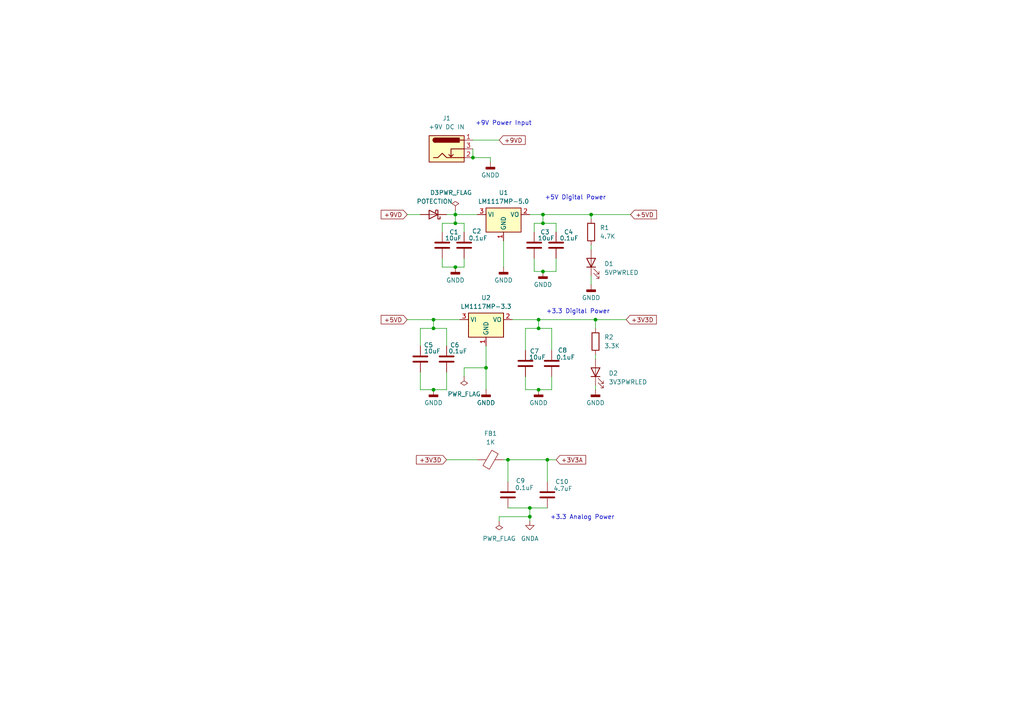
<source format=kicad_sch>
(kicad_sch (version 20250114) (generator "eeschema") (generator_version "9.0")
  (paper "A4")
  (lib_symbols
    (symbol "Connector:Barrel_Jack_Switch" (pin_names (hide yes))
      (property "Reference" "J" (at 0 5.334 0))
      (property "Value" "Barrel_Jack_Switch" (at 0 -5.08 0))
      (symbol "Barrel_Jack_Switch_0_1"
        (rectangle (start -5.08 3.81) (end 5.08 -3.81) (stroke (width 0.254)) (fill (type background)))
        (polyline (pts (xy -3.81 -2.54) (xy -2.54 -2.54) (xy -1.27 -1.27) (xy 0 -2.54) (xy 2.54 -2.54) (xy 5.08 -2.54)) (stroke (width 0.254)))
        (arc (start -3.302 1.905) (mid -3.9343 2.54) (end -3.302 3.175) (stroke (width 0.254)))
        (arc (start -3.302 1.905) (mid -3.9343 2.54) (end -3.302 3.175) (stroke (width 0.254)) (fill (type outline)))
        (polyline (pts (xy 1.27 -2.286) (xy 1.905 -1.651)) (stroke (width 0.254)))
        (rectangle (start 3.683 3.175) (end -3.302 1.905) (stroke (width 0.254)) (fill (type outline)))
        (polyline (pts (xy 5.08 2.54) (xy 3.81 2.54)) (stroke (width 0.254)))
        (polyline (pts (xy 5.08 0) (xy 1.27 0) (xy 1.27 -2.286) (xy 0.635 -1.651)) (stroke (width 0.254)))
      )
      (symbol "Barrel_Jack_Switch_1_1"
        (pin passive line (at 7.62 2.54 180) (length 2.54) (name "~") (number "1"))
        (pin passive line (at 7.62 0 180) (length 2.54) (name "~") (number "3"))
        (pin passive line (at 7.62 -2.54 180) (length 2.54) (name "~") (number "2"))
      )
    )
    (symbol "Device:C" (pin_numbers (hide yes)) (pin_names (offset 0.254))
      (property "Reference" "C" (at 0.635 2.54 0))
      (property "Value" "C" (at 0.635 -2.54 0))
      (symbol "C_0_1"
        (polyline (pts (xy -2.032 0.762) (xy 2.032 0.762)) (stroke (width 0.508)))
        (polyline (pts (xy -2.032 -0.762) (xy 2.032 -0.762)) (stroke (width 0.508)))
      )
      (symbol "C_1_1"
        (pin passive line (at 0 3.81 270) (length 2.794) (name "~") (number "1"))
        (pin passive line (at 0 -3.81 90) (length 2.794) (name "~") (number "2"))
      )
    )
    (symbol "Device:FerriteBead" (pin_numbers (hide yes)) (pin_names (offset 0))
      (property "Reference" "FB" (at -3.81 0.635 90))
      (property "Value" "FerriteBead" (at 3.81 0 90))
      (symbol "FerriteBead_0_1"
        (polyline (pts (xy -2.7686 0.4064) (xy -1.7018 2.2606) (xy 2.7686 -0.3048) (xy 1.6764 -2.159) (xy -2.7686 0.4064)))
        (polyline (pts (xy 0 1.27) (xy 0 1.2954)))
        (polyline (pts (xy 0 -1.27) (xy 0 -1.2192)))
      )
      (symbol "FerriteBead_1_1"
        (pin passive line (at 0 3.81 270) (length 2.54) (name "~") (number "1"))
        (pin passive line (at 0 -3.81 90) (length 2.54) (name "~") (number "2"))
      )
    )
    (symbol "Device:LED" (pin_numbers (hide yes)) (pin_names (offset 1.016) (hide yes))
      (property "Reference" "D" (at 0 2.54 0))
      (property "Value" "LED" (at 0 -2.54 0))
      (symbol "LED_0_1"
        (polyline (pts (xy -3.048 -0.762) (xy -4.572 -2.286) (xy -3.81 -2.286) (xy -4.572 -2.286) (xy -4.572 -1.524)))
        (polyline (pts (xy -1.778 -0.762) (xy -3.302 -2.286) (xy -2.54 -2.286) (xy -3.302 -2.286) (xy -3.302 -1.524)))
        (polyline (pts (xy -1.27 0) (xy 1.27 0)))
        (polyline (pts (xy -1.27 -1.27) (xy -1.27 1.27)) (stroke (width 0.254)))
        (polyline (pts (xy 1.27 -1.27) (xy 1.27 1.27) (xy -1.27 0) (xy 1.27 -1.27)) (stroke (width 0.254)))
      )
      (symbol "LED_1_1"
        (pin passive line (at -3.81 0 0) (length 2.54) (name "K") (number "1"))
        (pin passive line (at 3.81 0 180) (length 2.54) (name "A") (number "2"))
      )
    )
    (symbol "Device:R" (pin_numbers (hide yes)) (pin_names (offset 0))
      (property "Reference" "R" (at 2.032 0 90))
      (property "Value" "R" (at 0 0 90))
      (symbol "R_0_1"
        (rectangle (start -1.016 -2.54) (end 1.016 2.54) (stroke (width 0.254)))
      )
      (symbol "R_1_1"
        (pin passive line (at 0 3.81 270) (length 1.27) (name "~") (number "1"))
        (pin passive line (at 0 -3.81 90) (length 1.27) (name "~") (number "2"))
      )
    )
    (symbol "Diode:SS14" (pin_numbers (hide yes)) (pin_names (offset 1.016) (hide yes))
      (property "Reference" "D" (at 0 2.54 0))
      (property "Value" "SS14" (at 0 -2.54 0))
      (symbol "SS14_0_1"
        (polyline (pts (xy -1.905 0.635) (xy -1.905 1.27) (xy -1.27 1.27) (xy -1.27 -1.27) (xy -0.635 -1.27) (xy -0.635 -0.635)) (stroke (width 0.254)))
        (polyline (pts (xy 1.27 1.27) (xy 1.27 -1.27) (xy -1.27 0) (xy 1.27 1.27)) (stroke (width 0.254)))
        (polyline (pts (xy 1.27 0) (xy -1.27 0)))
      )
      (symbol "SS14_1_1"
        (pin passive line (at -3.81 0 0) (length 2.54) (name "K") (number "1"))
        (pin passive line (at 3.81 0 180) (length 2.54) (name "A") (number "2"))
      )
    )
    (symbol "Regulator_Linear:LM1117MP-3.3"
      (property "Reference" "U" (at -3.81 3.175 0))
      (property "Value" "LM1117MP-3.3" (at 0 3.175 0))
      (symbol "LM1117MP-3.3_0_1"
        (rectangle (start -5.08 -5.08) (end 5.08 1.905) (stroke (width 0.254)) (fill (type background)))
      )
      (symbol "LM1117MP-3.3_1_1"
        (pin power_in line (at -7.62 0 0) (length 2.54) (name "VI") (number "3"))
        (pin power_in line (at 0 -7.62 90) (length 2.54) (name "GND") (number "1"))
        (pin power_out line (at 7.62 0 180) (length 2.54) (name "VO") (number "2"))
      )
    )
    (symbol "Regulator_Linear:LM1117MP-5.0"
      (property "Reference" "U" (at -3.81 3.175 0))
      (property "Value" "LM1117MP-5.0" (at 0 3.175 0))
      (symbol "LM1117MP-5.0_0_1"
        (rectangle (start -5.08 -5.08) (end 5.08 1.905) (stroke (width 0.254)) (fill (type background)))
      )
      (symbol "LM1117MP-5.0_1_1"
        (pin power_in line (at -7.62 0 0) (length 2.54) (name "VI") (number "3"))
        (pin power_in line (at 0 -7.62 90) (length 2.54) (name "GND") (number "1"))
        (pin power_out line (at 7.62 0 180) (length 2.54) (name "VO") (number "2"))
      )
    )
    (symbol "power:GNDA" (power) (pin_numbers (hide yes)) (pin_names (offset 0) (hide yes))
      (property "Value" "GNDA" (at 0 -3.81 0))
      (symbol "GNDA_0_1"
        (polyline (pts (xy 0 0) (xy 0 -1.27) (xy 1.27 -1.27) (xy 0 -2.54) (xy -1.27 -1.27) (xy 0 -1.27)))
      )
      (symbol "GNDA_1_1"
        (pin power_in line (at 0 0 270) (length 0) (name "~") (number "1"))
      )
    )
    (symbol "power:GNDD" (power) (pin_numbers (hide yes)) (pin_names (offset 0) (hide yes))
      (property "Value" "GNDD" (at 0 -3.175 0))
      (symbol "GNDD_0_1"
        (rectangle (start -1.27 -1.524) (end 1.27 -2.032) (stroke (width 0.254)) (fill (type outline)))
        (polyline (pts (xy 0 0) (xy 0 -1.524)))
      )
      (symbol "GNDD_1_1"
        (pin power_in line (at 0 0 270) (length 0) (name "~") (number "1"))
      )
    )
    (symbol "power:PWR_FLAG" (power) (pin_numbers (hide yes)) (pin_names (offset 0) (hide yes))
      (property "Value" "PWR_FLAG" (at 0 3.81 0))
      (symbol "PWR_FLAG_0_0"
        (pin power_out line (at 0 0 90) (length 0) (name "~") (number "1"))
      )
      (symbol "PWR_FLAG_0_1"
        (polyline (pts (xy 0 0) (xy 0 1.27) (xy -1.016 1.905) (xy 0 2.54) (xy 1.016 1.905) (xy 0 1.27)))
      )
    )
  )
  (text "+9V Power Input" (at 146.05 35.814 0) (effects (font (size 1.27 1.27))))
  (text "+5V Digital Power" (at 166.878 57.404 0) (effects (font (size 1.27 1.27))))
  (text "+3.3 Analog Power\n" (at 168.91 150.114 0) (effects (font (size 1.27 1.27))))
  (text "+3.3 Digital Power" (at 167.64 90.424 0) (effects (font (size 1.27 1.27))))
  (junction (at 153.67 147.32))
  (junction (at 157.48 62.23))
  (junction (at 125.73 113.03))
  (junction (at 132.08 77.47))
  (junction (at 156.21 92.71))
  (junction (at 132.08 64.77))
  (junction (at 153.67 149.86))
  (junction (at 125.73 92.71))
  (junction (at 137.16 45.72))
  (junction (at 125.73 95.25))
  (junction (at 156.21 113.03))
  (junction (at 140.97 106.68))
  (junction (at 147.32 133.35))
  (junction (at 157.48 64.77))
  (junction (at 171.45 62.23))
  (junction (at 157.48 78.74))
  (junction (at 156.21 95.25))
  (junction (at 132.08 62.23))
  (junction (at 158.75 133.35))
  (junction (at 172.72 92.71))
  (wire (pts (xy 128.27 64.77) (xy 128.27 67.31)))
  (wire (pts (xy 161.29 78.74) (xy 157.48 78.74)))
  (wire (pts (xy 171.45 62.23) (xy 182.88 62.23)))
  (wire (pts (xy 118.11 92.71) (xy 125.73 92.71)))
  (wire (pts (xy 157.48 64.77) (xy 161.29 64.77)))
  (wire (pts (xy 158.75 133.35) (xy 158.75 139.7)))
  (wire (pts (xy 161.29 64.77) (xy 161.29 67.31)))
  (wire (pts (xy 137.16 45.72) (xy 142.24 45.72)))
  (wire (pts (xy 172.72 95.25) (xy 172.72 92.71)))
  (wire (pts (xy 134.62 77.47) (xy 132.08 77.47)))
  (wire (pts (xy 147.32 147.32) (xy 153.67 147.32)))
  (wire (pts (xy 156.21 92.71) (xy 156.21 95.25)))
  (wire (pts (xy 154.94 78.74) (xy 157.48 78.74)))
  (wire (pts (xy 129.54 100.33) (xy 129.54 95.25)))
  (wire (pts (xy 129.54 107.95) (xy 129.54 113.03)))
  (wire (pts (xy 125.73 95.25) (xy 121.92 95.25)))
  (wire (pts (xy 148.59 92.71) (xy 156.21 92.71)))
  (wire (pts (xy 158.75 133.35) (xy 161.29 133.35)))
  (wire (pts (xy 160.02 109.22) (xy 160.02 113.03)))
  (wire (pts (xy 152.4 95.25) (xy 156.21 95.25)))
  (wire (pts (xy 161.29 74.93) (xy 161.29 78.74)))
  (wire (pts (xy 172.72 111.76) (xy 172.72 113.03)))
  (wire (pts (xy 128.27 77.47) (xy 132.08 77.47)))
  (wire (pts (xy 132.08 64.77) (xy 128.27 64.77)))
  (wire (pts (xy 172.72 92.71) (xy 181.61 92.71)))
  (wire (pts (xy 152.4 113.03) (xy 156.21 113.03)))
  (wire (pts (xy 134.62 67.31) (xy 134.62 64.77)))
  (wire (pts (xy 134.62 109.22) (xy 134.62 106.68)))
  (wire (pts (xy 144.78 149.86) (xy 153.67 149.86)))
  (wire (pts (xy 142.24 45.72) (xy 142.24 46.99)))
  (wire (pts (xy 171.45 71.12) (xy 171.45 72.39)))
  (wire (pts (xy 153.67 149.86) (xy 153.67 151.13)))
  (wire (pts (xy 140.97 106.68) (xy 140.97 113.03)))
  (wire (pts (xy 154.94 64.77) (xy 157.48 64.77)))
  (wire (pts (xy 138.43 62.23) (xy 132.08 62.23)))
  (wire (pts (xy 121.92 113.03) (xy 125.73 113.03)))
  (wire (pts (xy 146.05 69.85) (xy 146.05 77.47)))
  (wire (pts (xy 134.62 106.68) (xy 140.97 106.68)))
  (wire (pts (xy 121.92 107.95) (xy 121.92 113.03)))
  (wire (pts (xy 137.16 40.64) (xy 144.78 40.64)))
  (wire (pts (xy 129.54 113.03) (xy 125.73 113.03)))
  (wire (pts (xy 140.97 100.33) (xy 140.97 106.68)))
  (wire (pts (xy 154.94 74.93) (xy 154.94 78.74)))
  (wire (pts (xy 125.73 92.71) (xy 125.73 95.25)))
  (wire (pts (xy 171.45 62.23) (xy 157.48 62.23)))
  (wire (pts (xy 157.48 62.23) (xy 157.48 64.77)))
  (wire (pts (xy 128.27 74.93) (xy 128.27 77.47)))
  (wire (pts (xy 132.08 62.23) (xy 132.08 64.77)))
  (wire (pts (xy 144.78 151.13) (xy 144.78 149.86)))
  (wire (pts (xy 172.72 92.71) (xy 156.21 92.71)))
  (wire (pts (xy 134.62 64.77) (xy 132.08 64.77)))
  (wire (pts (xy 146.05 133.35) (xy 147.32 133.35)))
  (wire (pts (xy 153.67 147.32) (xy 158.75 147.32)))
  (wire (pts (xy 118.11 62.23) (xy 121.92 62.23)))
  (wire (pts (xy 153.67 62.23) (xy 157.48 62.23)))
  (wire (pts (xy 153.67 147.32) (xy 153.67 149.86)))
  (wire (pts (xy 129.54 62.23) (xy 132.08 62.23)))
  (wire (pts (xy 160.02 113.03) (xy 156.21 113.03)))
  (wire (pts (xy 129.54 95.25) (xy 125.73 95.25)))
  (wire (pts (xy 137.16 43.18) (xy 137.16 45.72)))
  (wire (pts (xy 152.4 101.6) (xy 152.4 95.25)))
  (wire (pts (xy 160.02 95.25) (xy 160.02 101.6)))
  (wire (pts (xy 134.62 74.93) (xy 134.62 77.47)))
  (wire (pts (xy 171.45 80.01) (xy 171.45 82.55)))
  (wire (pts (xy 156.21 95.25) (xy 160.02 95.25)))
  (wire (pts (xy 147.32 133.35) (xy 158.75 133.35)))
  (wire (pts (xy 152.4 109.22) (xy 152.4 113.03)))
  (wire (pts (xy 171.45 63.5) (xy 171.45 62.23)))
  (wire (pts (xy 147.32 133.35) (xy 147.32 139.7)))
  (wire (pts (xy 132.08 60.96) (xy 132.08 62.23)))
  (wire (pts (xy 154.94 67.31) (xy 154.94 64.77)))
  (wire (pts (xy 129.54 133.35) (xy 138.43 133.35)))
  (wire (pts (xy 121.92 95.25) (xy 121.92 100.33)))
  (wire (pts (xy 172.72 102.87) (xy 172.72 104.14)))
  (wire (pts (xy 133.35 92.71) (xy 125.73 92.71)))
  (global_label "+3V3A" (shape input) (at 161.29 133.35 0) (property "Intersheetrefs" "${INTERSHEET_REFS}" (effects (hide yes))))
  (global_label "+3V3D" (shape input) (at 181.61 92.71 0) (property "Intersheetrefs" "${INTERSHEET_REFS}" (effects (hide yes))))
  (global_label "+3V3D" (shape input) (at 129.54 133.35 180) (property "Intersheetrefs" "${INTERSHEET_REFS}" (effects (hide yes))))
  (global_label "+5VD" (shape input) (at 182.88 62.23 0) (property "Intersheetrefs" "${INTERSHEET_REFS}" (effects (hide yes))))
  (global_label "+9VD" (shape input) (at 118.11 62.23 180) (property "Intersheetrefs" "${INTERSHEET_REFS}" (effects (hide yes))))
  (global_label "+5VD" (shape input) (at 118.11 92.71 180) (property "Intersheetrefs" "${INTERSHEET_REFS}" (effects (hide yes))))
  (global_label "+9VD" (shape input) (at 144.78 40.64 0) (property "Intersheetrefs" "${INTERSHEET_REFS}" (effects (hide yes))))
  (symbol (lib_id "Device:R") (at 171.45 67.31 0) (unit 1)
    (property "Reference" "R1" (at 173.99 66.0399 0) (effects (justify left)))
    (property "Value" "4.7K" (at 173.99 68.5799 0) (effects (justify left)))
    (property "Footprint" "Resistor_SMD:R_0603_1608Metric" (effects (hide yes)))
    (property "Description" "Resistor" (effects (hide yes)))
  )
  (symbol (lib_id "Regulator_Linear:LM1117MP-3.3") (at 140.97 92.71 0) (unit 1)
    (property "Reference" "U2" (at 140.97 86.36 0))
    (property "Value" "LM1117MP-3.3" (at 140.97 88.9 0))
    (property "Footprint" "Package_TO_SOT_SMD:SOT-223-3_TabPin2" (effects (hide yes)))
    (property "Datasheet" "http://www.ti.com/lit/ds/symlink/lm1117.pdf" (effects (hide yes)))
    (property "Description" "800mA Low-Dropout Linear Regulator, 3.3V fixed output, SOT-223" (effects (hide yes)))
  )
  (symbol (lib_id "Device:C") (at 160.02 105.41 0) (unit 1)
    (property "Reference" "C8" (at 161.798 101.6 0) (effects (justify left)))
    (property "Value" "0.1uF" (at 161.29 103.632 0) (effects (justify left)))
    (property "Footprint" "Capacitor_SMD:C_0603_1608Metric" (effects (hide yes)))
    (property "Description" "Unpolarized capacitor" (effects (hide yes)))
  )
  (symbol (lib_id "power:PWR_FLAG") (at 132.08 60.96 0) (unit 1)
    (property "Reference" "#FLG02" (effects (hide yes)))
    (property "Value" "PWR_FLAG" (at 132.08 55.88 0))
    (property "Description" "Special symbol for telling ERC where power comes from" (effects (hide yes)))
  )
  (symbol (lib_id "Device:C") (at 154.94 71.12 0) (unit 1)
    (property "Reference" "C3" (at 156.718 67.31 0) (effects (justify left)))
    (property "Value" "10uF" (at 155.956 69.088 0) (effects (justify left)))
    (property "Footprint" "Capacitor_SMD:C_0603_1608Metric" (effects (hide yes)))
    (property "Description" "Unpolarized capacitor" (effects (hide yes)))
  )
  (symbol (lib_id "power:GNDD") (at 156.21 113.03 0) (unit 1)
    (property "Reference" "#PWR07" (effects (hide yes)))
    (property "Value" "GNDD" (at 156.21 116.84 0))
    (property "Description" "Power symbol creates a global label with name \"GNDD\" , digital ground" (effects (hide yes)))
  )
  (symbol (lib_id "power:GNDD") (at 142.24 46.99 0) (unit 1)
    (property "Reference" "#PWR010" (effects (hide yes)))
    (property "Value" "GNDD" (at 142.24 50.8 0))
    (property "Description" "Power symbol creates a global label with name \"GNDD\" , digital ground" (effects (hide yes)))
  )
  (symbol (lib_id "power:GNDD") (at 157.48 78.74 0) (unit 1)
    (property "Reference" "#PWR06" (effects (hide yes)))
    (property "Value" "GNDD" (at 157.48 82.55 0))
    (property "Description" "Power symbol creates a global label with name \"GNDD\" , digital ground" (effects (hide yes)))
  )
  (symbol (lib_id "Device:C") (at 161.29 71.12 0) (unit 1)
    (property "Reference" "C4" (at 163.576 67.31 0) (effects (justify left)))
    (property "Value" "0.1uF" (at 162.306 69.088 0) (effects (justify left)))
    (property "Footprint" "Capacitor_SMD:C_0603_1608Metric" (effects (hide yes)))
    (property "Description" "Unpolarized capacitor" (effects (hide yes)))
  )
  (symbol (lib_id "Connector:Barrel_Jack_Switch") (at 129.54 43.18 0) (unit 1)
    (property "Reference" "J1" (at 129.54 34.29 0))
    (property "Value" "+9V DC IN" (at 129.54 36.83 0))
    (property "Footprint" "Connector_PinHeader_2.54mm:PinHeader_1x03_P2.54mm_Vertical" (effects (hide yes)))
    (property "Description" "DC Barrel Jack with an internal switch" (effects (hide yes)))
  )
  (symbol (lib_id "power:PWR_FLAG") (at 144.78 151.13 180) (unit 1)
    (property "Reference" "#FLG01" (effects (hide yes)))
    (property "Value" "PWR_FLAG" (at 144.78 156.21 0))
    (property "Description" "Special symbol for telling ERC where power comes from" (effects (hide yes)))
  )
  (symbol (lib_id "power:GNDD") (at 132.08 77.47 0) (unit 1)
    (property "Reference" "#PWR05" (effects (hide yes)))
    (property "Value" "GNDD" (at 132.08 81.28 0))
    (property "Description" "Power symbol creates a global label with name \"GNDD\" , digital ground" (effects (hide yes)))
  )
  (symbol (lib_id "Device:LED") (at 172.72 107.95 90) (unit 1)
    (property "Reference" "D2" (at 176.53 108.2674 90) (effects (justify right)))
    (property "Value" "3V3PWRLED" (at 176.53 110.8074 90) (effects (justify right)))
    (property "Footprint" "LED_SMD:LED_0603_1608Metric" (effects (hide yes)))
    (property "Description" "Light emitting diode" (effects (hide yes)))
    (property "Sim.Pins" "1=K 2=A" (effects (hide yes)))
  )
  (symbol (lib_id "Device:C") (at 128.27 71.12 0) (unit 1)
    (property "Reference" "C1" (at 130.302 67.31 0) (effects (justify left)))
    (property "Value" "10uF" (at 129.032 69.088 0) (effects (justify left)))
    (property "Footprint" "Capacitor_SMD:C_0603_1608Metric" (effects (hide yes)))
    (property "Description" "Unpolarized capacitor" (effects (hide yes)))
  )
  (symbol (lib_id "Device:R") (at 172.72 99.06 0) (unit 1)
    (property "Reference" "R2" (at 175.26 97.7899 0) (effects (justify left)))
    (property "Value" "3.3K" (at 175.26 100.3299 0) (effects (justify left)))
    (property "Footprint" "Resistor_SMD:R_0603_1608Metric" (effects (hide yes)))
    (property "Description" "Resistor" (effects (hide yes)))
  )
  (symbol (lib_id "Device:C") (at 121.92 104.14 0) (unit 1)
    (property "Reference" "C5" (at 122.936 100.076 0) (effects (justify left)))
    (property "Value" "10uF" (at 122.936 101.854 0) (effects (justify left)))
    (property "Footprint" "Capacitor_SMD:C_0603_1608Metric" (effects (hide yes)))
    (property "Description" "Unpolarized capacitor" (effects (hide yes)))
  )
  (symbol (lib_id "Device:LED") (at 171.45 76.2 90) (unit 1)
    (property "Reference" "D1" (at 175.26 76.5174 90) (effects (justify right)))
    (property "Value" "5VPWRLED" (at 175.26 79.0574 90) (effects (justify right)))
    (property "Footprint" "LED_SMD:LED_0603_1608Metric" (effects (hide yes)))
    (property "Description" "Light emitting diode" (effects (hide yes)))
    (property "Sim.Pins" "1=K 2=A" (effects (hide yes)))
  )
  (symbol (lib_id "Regulator_Linear:LM1117MP-5.0") (at 146.05 62.23 0) (unit 1)
    (property "Reference" "U1" (at 146.05 55.88 0))
    (property "Value" "LM1117MP-5.0" (at 146.05 58.42 0))
    (property "Footprint" "Package_TO_SOT_SMD:SOT-223-3_TabPin2" (effects (hide yes)))
    (property "Datasheet" "http://www.ti.com/lit/ds/symlink/lm1117.pdf" (effects (hide yes)))
    (property "Description" "800mA Low-Dropout Linear Regulator, 5.0V fixed output, SOT-223" (effects (hide yes)))
  )
  (symbol (lib_id "Device:FerriteBead") (at 142.24 133.35 270) (unit 1)
    (property "Reference" "FB1" (at 142.2908 125.73 90))
    (property "Value" "1K" (at 142.2908 128.27 90))
    (property "Footprint" "Inductor_SMD:L_0603_1608Metric" (effects (hide yes)))
    (property "Description" "Ferrite bead" (effects (hide yes)))
  )
  (symbol (lib_id "power:GNDD") (at 125.73 113.03 0) (unit 1)
    (property "Reference" "#PWR08" (effects (hide yes)))
    (property "Value" "GNDD" (at 125.73 116.84 0))
    (property "Description" "Power symbol creates a global label with name \"GNDD\" , digital ground" (effects (hide yes)))
  )
  (symbol (lib_id "power:GNDD") (at 171.45 82.55 0) (unit 1)
    (property "Reference" "#PWR03" (effects (hide yes)))
    (property "Value" "GNDD" (at 171.45 86.36 0))
    (property "Description" "Power symbol creates a global label with name \"GNDD\" , digital ground" (effects (hide yes)))
  )
  (symbol (lib_id "Diode:SS14") (at 125.73 62.23 180) (unit 1)
    (property "Reference" "D3" (at 126.0475 55.88 0))
    (property "Value" "POTECTION" (at 126.0475 58.42 0))
    (property "Footprint" "Diode_SMD:D_SMA" (effects (hide yes)))
    (property "Datasheet" "https://www.vishay.com/docs/88746/ss12.pdf" (effects (hide yes)))
    (property "Description" "40V 1A Schottky Diode, SMA" (effects (hide yes)))
  )
  (symbol (lib_id "Device:C") (at 134.62 71.12 0) (unit 1)
    (property "Reference" "C2" (at 136.906 67.056 0) (effects (justify left)))
    (property "Value" "0.1uF" (at 135.89 69.088 0) (effects (justify left)))
    (property "Footprint" "Capacitor_SMD:C_0603_1608Metric" (effects (hide yes)))
    (property "Description" "Unpolarized capacitor" (effects (hide yes)))
  )
  (symbol (lib_id "power:GNDD") (at 140.97 113.03 0) (unit 1)
    (property "Reference" "#PWR01" (effects (hide yes)))
    (property "Value" "GNDD" (at 140.97 116.84 0))
    (property "Description" "Power symbol creates a global label with name \"GNDD\" , digital ground" (effects (hide yes)))
  )
  (symbol (lib_id "Device:C") (at 152.4 105.41 0) (unit 1)
    (property "Reference" "C7" (at 153.67 101.854 0) (effects (justify left)))
    (property "Value" "10uF" (at 153.416 103.632 0) (effects (justify left)))
    (property "Footprint" "Capacitor_SMD:C_0603_1608Metric" (effects (hide yes)))
    (property "Description" "Unpolarized capacitor" (effects (hide yes)))
  )
  (symbol (lib_id "power:GNDA") (at 153.67 151.13 0) (unit 1)
    (property "Reference" "#PWR09" (effects (hide yes)))
    (property "Value" "GNDA" (at 153.67 156.21 0))
    (property "Description" "Power symbol creates a global label with name \"GNDA\" , analog ground" (effects (hide yes)))
  )
  (symbol (lib_id "power:GNDD") (at 172.72 113.03 0) (unit 1)
    (property "Reference" "#PWR04" (effects (hide yes)))
    (property "Value" "GNDD" (at 172.72 116.84 0))
    (property "Description" "Power symbol creates a global label with name \"GNDD\" , digital ground" (effects (hide yes)))
  )
  (symbol (lib_id "Device:C") (at 147.32 143.51 0) (unit 1)
    (property "Reference" "C9" (at 149.606 139.446 0) (effects (justify left)))
    (property "Value" "0.1uF" (at 149.352 141.478 0) (effects (justify left)))
    (property "Footprint" "Capacitor_SMD:C_0603_1608Metric" (effects (hide yes)))
    (property "Description" "Unpolarized capacitor" (effects (hide yes)))
  )
  (symbol (lib_id "power:GNDD") (at 146.05 77.47 0) (unit 1)
    (property "Reference" "#PWR02" (effects (hide yes)))
    (property "Value" "GNDD" (at 146.05 81.28 0))
    (property "Description" "Power symbol creates a global label with name \"GNDD\" , digital ground" (effects (hide yes)))
  )
  (symbol (lib_id "Device:C") (at 129.54 104.14 0) (unit 1)
    (property "Reference" "C6" (at 130.556 100.076 0) (effects (justify left)))
    (property "Value" "0.1uF" (at 130.048 101.854 0) (effects (justify left)))
    (property "Footprint" "Capacitor_SMD:C_0603_1608Metric" (effects (hide yes)))
    (property "Description" "Unpolarized capacitor" (effects (hide yes)))
  )
  (symbol (lib_id "power:PWR_FLAG") (at 134.62 109.22 180) (unit 1)
    (property "Reference" "#FLG03" (effects (hide yes)))
    (property "Value" "PWR_FLAG" (at 134.62 114.3 0))
    (property "Description" "Special symbol for telling ERC where power comes from" (effects (hide yes)))
  )
  (symbol (lib_id "Device:C") (at 158.75 143.51 0) (unit 1)
    (property "Reference" "C10" (at 161.036 139.7 0) (effects (justify left)))
    (property "Value" "4.7uF" (at 160.528 141.732 0) (effects (justify left)))
    (property "Footprint" "Capacitor_SMD:C_0603_1608Metric" (effects (hide yes)))
    (property "Description" "Unpolarized capacitor" (effects (hide yes)))
  )
)
</source>
